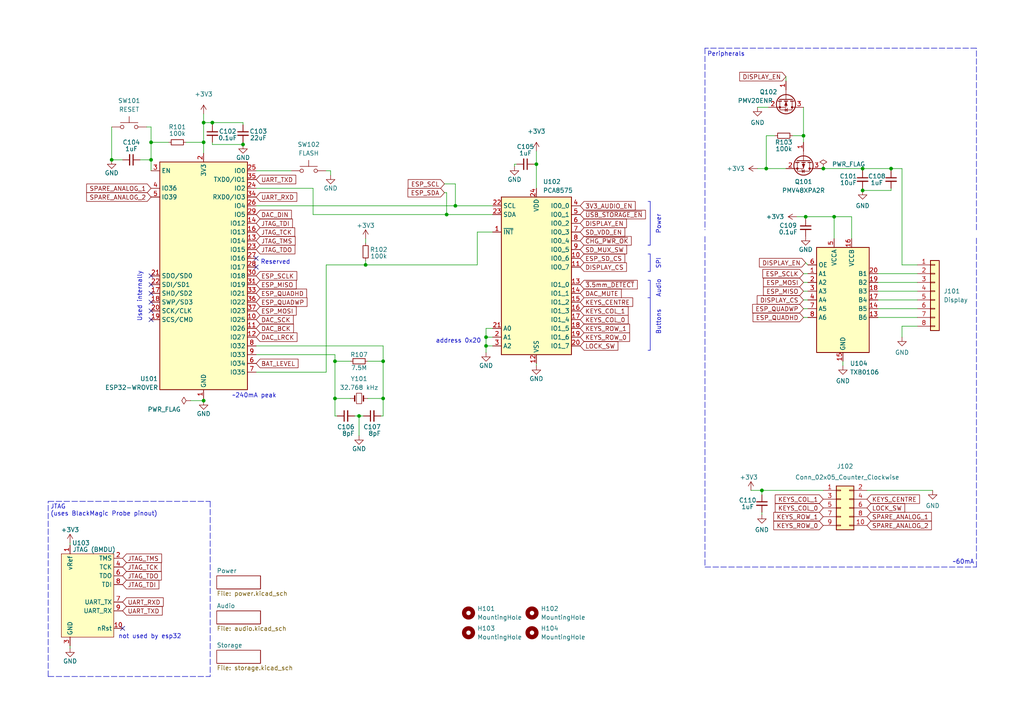
<source format=kicad_sch>
(kicad_sch (version 20211123) (generator eeschema)
  (paper "A4")
  (title_block (date "2022-09-04") (rev "1"))
  (lib_symbols
    (symbol "Connector_Generic:Conn_01x08" (pin_names (offset 1.016) hide)
      (property "Reference" "J" (at 0 10.16 0))
      (property "Value" "Conn_01x08" (at 0 -12.7 0))
      (symbol "Conn_01x08_1_1"
        (rectangle (start -1.27 -10.033) (end 0 -10.287) (stroke (width 0.1524)))
        (rectangle (start -1.27 -7.493) (end 0 -7.747) (stroke (width 0.1524)))
        (rectangle (start -1.27 -4.953) (end 0 -5.207) (stroke (width 0.1524)))
        (rectangle (start -1.27 -2.413) (end 0 -2.667) (stroke (width 0.1524)))
        (rectangle (start -1.27 0.127) (end 0 -0.127) (stroke (width 0.1524)))
        (rectangle (start -1.27 2.667) (end 0 2.413) (stroke (width 0.1524)))
        (rectangle (start -1.27 5.207) (end 0 4.953) (stroke (width 0.1524)))
        (rectangle (start -1.27 7.747) (end 0 7.493) (stroke (width 0.1524)))
        (rectangle (start -1.27 8.89) (end 1.27 -11.43) (stroke (width 0.254)) (fill (type background)))
        (pin passive line (at -5.08 7.62 0) (length 3.81) (name "Pin_1") (number "1"))
        (pin passive line (at -5.08 5.08 0) (length 3.81) (name "Pin_2") (number "2"))
        (pin passive line (at -5.08 2.54 0) (length 3.81) (name "Pin_3") (number "3"))
        (pin passive line (at -5.08 0 0) (length 3.81) (name "Pin_4") (number "4"))
        (pin passive line (at -5.08 -2.54 0) (length 3.81) (name "Pin_5") (number "5"))
        (pin passive line (at -5.08 -5.08 0) (length 3.81) (name "Pin_6") (number "6"))
        (pin passive line (at -5.08 -7.62 0) (length 3.81) (name "Pin_7") (number "7"))
        (pin passive line (at -5.08 -10.16 0) (length 3.81) (name "Pin_8") (number "8"))
      )
    )
    (symbol "Connector_Generic:Conn_02x05_Odd_Even" (pin_names (offset 1.016) hide)
      (property "Reference" "J" (at 1.27 7.62 0))
      (property "Value" "Conn_02x05_Odd_Even" (at 1.27 -7.62 0))
      (symbol "Conn_02x05_Odd_Even_1_1"
        (rectangle (start -1.27 -4.953) (end 0 -5.207) (stroke (width 0.1524)))
        (rectangle (start -1.27 -2.413) (end 0 -2.667) (stroke (width 0.1524)))
        (rectangle (start -1.27 0.127) (end 0 -0.127) (stroke (width 0.1524)))
        (rectangle (start -1.27 2.667) (end 0 2.413) (stroke (width 0.1524)))
        (rectangle (start -1.27 5.207) (end 0 4.953) (stroke (width 0.1524)))
        (rectangle (start -1.27 6.35) (end 3.81 -6.35) (stroke (width 0.254)) (fill (type background)))
        (rectangle (start 3.81 -4.953) (end 2.54 -5.207) (stroke (width 0.1524)))
        (rectangle (start 3.81 -2.413) (end 2.54 -2.667) (stroke (width 0.1524)))
        (rectangle (start 3.81 0.127) (end 2.54 -0.127) (stroke (width 0.1524)))
        (rectangle (start 3.81 2.667) (end 2.54 2.413) (stroke (width 0.1524)))
        (rectangle (start 3.81 5.207) (end 2.54 4.953) (stroke (width 0.1524)))
        (pin passive line (at -5.08 5.08 0) (length 3.81) (name "Pin_1") (number "1"))
        (pin passive line (at 7.62 -5.08 180) (length 3.81) (name "Pin_10") (number "10"))
        (pin passive line (at 7.62 5.08 180) (length 3.81) (name "Pin_2") (number "2"))
        (pin passive line (at -5.08 2.54 0) (length 3.81) (name "Pin_3") (number "3"))
        (pin passive line (at 7.62 2.54 180) (length 3.81) (name "Pin_4") (number "4"))
        (pin passive line (at -5.08 0 0) (length 3.81) (name "Pin_5") (number "5"))
        (pin passive line (at 7.62 0 180) (length 3.81) (name "Pin_6") (number "6"))
        (pin passive line (at -5.08 -2.54 0) (length 3.81) (name "Pin_7") (number "7"))
        (pin passive line (at 7.62 -2.54 180) (length 3.81) (name "Pin_8") (number "8"))
        (pin passive line (at -5.08 -5.08 0) (length 3.81) (name "Pin_9") (number "9"))
      )
    )
    (symbol "Device:C_Small" (pin_numbers hide) (pin_names (offset 0.254) hide)
      (property "Reference" "C" (at 0.254 1.778 0))
      (property "Value" "C_Small" (at 0.254 -2.032 0))
      (symbol "C_Small_0_1"
        (polyline (pts (xy -1.524 -0.508) (xy 1.524 -0.508)) (stroke (width 0.3302)))
        (polyline (pts (xy -1.524 0.508) (xy 1.524 0.508)) (stroke (width 0.3048)))
      )
      (symbol "C_Small_1_1"
        (pin passive line (at 0 2.54 270) (length 2.032) (name "~") (number "1"))
        (pin passive line (at 0 -2.54 90) (length 2.032) (name "~") (number "2"))
      )
    )
    (symbol "Device:Crystal_Small" (pin_numbers hide) (pin_names (offset 1.016) hide)
      (property "Reference" "Y" (at 0 2.54 0))
      (property "Value" "Crystal_Small" (at 0 -2.54 0))
      (symbol "Crystal_Small_0_1"
        (rectangle (start -0.762 -1.524) (end 0.762 1.524))
        (polyline (pts (xy -1.27 -0.762) (xy -1.27 0.762)) (stroke (width 0.381)))
        (polyline (pts (xy 1.27 -0.762) (xy 1.27 0.762)) (stroke (width 0.381)))
      )
      (symbol "Crystal_Small_1_1"
        (pin passive line (at -2.54 0 0) (length 1.27) (name "1") (number "1"))
        (pin passive line (at 2.54 0 180) (length 1.27) (name "2") (number "2"))
      )
    )
    (symbol "Device:Q_NMOS_GSD" (pin_names (offset 0) hide)
      (property "Reference" "Q" (at 5.08 1.27 0))
      (property "Value" "Q_NMOS_GSD" (at 5.08 -1.27 0))
      (symbol "Q_NMOS_GSD_0_1"
        (polyline (pts (xy 0.254 0) (xy -2.54 0)))
        (polyline (pts (xy 0.254 1.905) (xy 0.254 -1.905)) (stroke (width 0.254)))
        (polyline (pts (xy 0.762 -1.27) (xy 0.762 -2.286)) (stroke (width 0.254)))
        (polyline (pts (xy 0.762 0.508) (xy 0.762 -0.508)) (stroke (width 0.254)))
        (polyline (pts (xy 0.762 2.286) (xy 0.762 1.27)) (stroke (width 0.254)))
        (polyline (pts (xy 2.54 2.54) (xy 2.54 1.778)))
        (polyline (pts (xy 2.54 -2.54) (xy 2.54 0) (xy 0.762 0)))
        (polyline (pts (xy 0.762 -1.778) (xy 3.302 -1.778) (xy 3.302 1.778) (xy 0.762 1.778)))
        (polyline (pts (xy 1.016 0) (xy 2.032 0.381) (xy 2.032 -0.381) (xy 1.016 0)) (fill (type outline)))
        (polyline (pts (xy 2.794 0.508) (xy 2.921 0.381) (xy 3.683 0.381) (xy 3.81 0.254)))
        (polyline (pts (xy 3.302 0.381) (xy 2.921 -0.254) (xy 3.683 -0.254) (xy 3.302 0.381)))
        (circle (center 1.651 0) (radius 2.794) (stroke (width 0.254)))
        (circle (center 2.54 -1.778) (radius 0.254) (fill (type outline)))
        (circle (center 2.54 1.778) (radius 0.254) (fill (type outline)))
      )
      (symbol "Q_NMOS_GSD_1_1"
        (pin input line (at -5.08 0 0) (length 2.54) (name "G") (number "1"))
        (pin passive line (at 2.54 -5.08 90) (length 2.54) (name "S") (number "2"))
        (pin passive line (at 2.54 5.08 270) (length 2.54) (name "D") (number "3"))
      )
    )
    (symbol "Device:Q_PMOS_GSD" (pin_names (offset 0) hide)
      (property "Reference" "Q" (at 5.08 1.27 0))
      (property "Value" "Q_PMOS_GSD" (at 5.08 -1.27 0))
      (symbol "Q_PMOS_GSD_0_1"
        (polyline (pts (xy 0.254 0) (xy -2.54 0)))
        (polyline (pts (xy 0.254 1.905) (xy 0.254 -1.905)) (stroke (width 0.254)))
        (polyline (pts (xy 0.762 -1.27) (xy 0.762 -2.286)) (stroke (width 0.254)))
        (polyline (pts (xy 0.762 0.508) (xy 0.762 -0.508)) (stroke (width 0.254)))
        (polyline (pts (xy 0.762 2.286) (xy 0.762 1.27)) (stroke (width 0.254)))
        (polyline (pts (xy 2.54 2.54) (xy 2.54 1.778)))
        (polyline (pts (xy 2.54 -2.54) (xy 2.54 0) (xy 0.762 0)))
        (polyline (pts (xy 0.762 1.778) (xy 3.302 1.778) (xy 3.302 -1.778) (xy 0.762 -1.778)))
        (polyline (pts (xy 2.286 0) (xy 1.27 0.381) (xy 1.27 -0.381) (xy 2.286 0)) (fill (type outline)))
        (polyline (pts (xy 2.794 -0.508) (xy 2.921 -0.381) (xy 3.683 -0.381) (xy 3.81 -0.254)))
        (polyline (pts (xy 3.302 -0.381) (xy 2.921 0.254) (xy 3.683 0.254) (xy 3.302 -0.381)))
        (circle (center 1.651 0) (radius 2.794) (stroke (width 0.254)))
        (circle (center 2.54 -1.778) (radius 0.254) (fill (type outline)))
        (circle (center 2.54 1.778) (radius 0.254) (fill (type outline)))
      )
      (symbol "Q_PMOS_GSD_1_1"
        (pin input line (at -5.08 0 0) (length 2.54) (name "G") (number "1"))
        (pin passive line (at 2.54 -5.08 90) (length 2.54) (name "S") (number "2"))
        (pin passive line (at 2.54 5.08 270) (length 2.54) (name "D") (number "3"))
      )
    )
    (symbol "Device:R_Small" (pin_numbers hide) (pin_names (offset 0.254) hide)
      (property "Reference" "R" (at 0.762 0.508 0))
      (property "Value" "R_Small" (at 0.762 -1.016 0))
      (symbol "R_Small_0_1"
        (rectangle (start -0.762 1.778) (end 0.762 -1.778) (stroke (width 0.2032)))
      )
      (symbol "R_Small_1_1"
        (pin passive line (at 0 2.54 270) (length 0.762) (name "~") (number "1"))
        (pin passive line (at 0 -2.54 90) (length 0.762) (name "~") (number "2"))
      )
    )
    (symbol "Interface_Expansion:PCA9555D"
      (property "Reference" "U" (at -8.89 24.13 0))
      (property "Value" "PCA9555D" (at 6.35 24.13 0))
      (symbol "PCA9555D_0_1"
        (rectangle (start -10.16 22.86) (end 10.16 -22.86) (stroke (width 0.254)) (fill (type background)))
      )
      (symbol "PCA9555D_1_1"
        (pin open_collector line (at -12.7 12.7 0) (length 2.54) (name "~{INT}") (number "1"))
        (pin bidirectional line (at 12.7 5.08 180) (length 2.54) (name "IO0_6") (number "10"))
        (pin bidirectional line (at 12.7 2.54 180) (length 2.54) (name "IO0_7") (number "11"))
        (pin power_in line (at 0 -25.4 90) (length 2.54) (name "VSS") (number "12"))
        (pin bidirectional line (at 12.7 -2.54 180) (length 2.54) (name "IO1_0") (number "13"))
        (pin bidirectional line (at 12.7 -5.08 180) (length 2.54) (name "IO1_1") (number "14"))
        (pin bidirectional line (at 12.7 -7.62 180) (length 2.54) (name "IO1_2") (number "15"))
        (pin bidirectional line (at 12.7 -10.16 180) (length 2.54) (name "IO1_3") (number "16"))
        (pin bidirectional line (at 12.7 -12.7 180) (length 2.54) (name "IO1_4") (number "17"))
        (pin bidirectional line (at 12.7 -15.24 180) (length 2.54) (name "IO1_5") (number "18"))
        (pin bidirectional line (at 12.7 -17.78 180) (length 2.54) (name "IO1_6") (number "19"))
        (pin input line (at -12.7 -17.78 0) (length 2.54) (name "A1") (number "2"))
        (pin bidirectional line (at 12.7 -20.32 180) (length 2.54) (name "IO1_7") (number "20"))
        (pin input line (at -12.7 -15.24 0) (length 2.54) (name "A0") (number "21"))
        (pin input line (at -12.7 20.32 0) (length 2.54) (name "SCL") (number "22"))
        (pin bidirectional line (at -12.7 17.78 0) (length 2.54) (name "SDA") (number "23"))
        (pin power_in line (at 0 25.4 270) (length 2.54) (name "VDD") (number "24"))
        (pin input line (at -12.7 -20.32 0) (length 2.54) (name "A2") (number "3"))
        (pin bidirectional line (at 12.7 20.32 180) (length 2.54) (name "IO0_0") (number "4"))
        (pin bidirectional line (at 12.7 17.78 180) (length 2.54) (name "IO0_1") (number "5"))
        (pin bidirectional line (at 12.7 15.24 180) (length 2.54) (name "IO0_2") (number "6"))
        (pin bidirectional line (at 12.7 12.7 180) (length 2.54) (name "IO0_3") (number "7"))
        (pin bidirectional line (at 12.7 10.16 180) (length 2.54) (name "IO0_4") (number "8"))
        (pin bidirectional line (at 12.7 7.62 180) (length 2.54) (name "IO0_5") (number "9"))
      )
    )
    (symbol "Mechanical:MountingHole" (pin_names (offset 1.016))
      (property "Reference" "H" (at 0 5.08 0))
      (property "Value" "MountingHole" (at 0 3.175 0))
      (symbol "MountingHole_0_1"
        (circle (center 0 0) (radius 1.27) (stroke (width 1.27)))
      )
    )
    (symbol "RF_Module:ESP32-WROOM-32U"
      (property "Reference" "U101" (at -18.415 -29.845 0))
      (property "Value" "ESP32-WROOM-32UE" (at -34.29 -32.385 0))
      (symbol "ESP32-WROOM-32U_0_1"
        (rectangle (start -12.7 33.02) (end 12.7 -33.02) (stroke (width 0.254)) (fill (type background)))
      )
      (symbol "ESP32-WROOM-32U_1_1"
        (pin power_in line (at 0 -35.56 90) (length 2.54) (name "GND") (number "1"))
        (pin bidirectional line (at 15.24 -12.7 180) (length 2.54) (name "IO25") (number "10"))
        (pin bidirectional line (at 15.24 -15.24 180) (length 2.54) (name "IO26") (number "11"))
        (pin bidirectional line (at 15.24 -17.78 180) (length 2.54) (name "IO27") (number "12"))
        (pin bidirectional line (at 15.24 10.16 180) (length 2.54) (name "IO14") (number "13"))
        (pin bidirectional line (at 15.24 15.24 180) (length 2.54) (name "IO12") (number "14"))
        (pin passive line (at 0 -35.56 90) (length 2.54) hide (name "GND") (number "15"))
        (pin bidirectional line (at 15.24 12.7 180) (length 2.54) (name "IO13") (number "16"))
        (pin bidirectional line (at -15.24 -5.08 0) (length 2.54) (name "SHD/SD2") (number "17"))
        (pin bidirectional line (at -15.24 -7.62 0) (length 2.54) (name "SWP/SD3") (number "18"))
        (pin bidirectional line (at -15.24 -12.7 0) (length 2.54) (name "SCS/CMD") (number "19"))
        (pin power_in line (at 0 35.56 270) (length 2.54) (name "3V3") (number "2"))
        (pin bidirectional line (at -15.24 -10.16 0) (length 2.54) (name "SCK/CLK") (number "20"))
        (pin bidirectional line (at -15.24 0 0) (length 2.54) (name "SDO/SD0") (number "21"))
        (pin bidirectional line (at -15.24 -2.54 0) (length 2.54) (name "SDI/SD1") (number "22"))
        (pin bidirectional line (at 15.24 7.62 180) (length 2.54) (name "IO15") (number "23"))
        (pin bidirectional line (at 15.24 25.4 180) (length 2.54) (name "IO2") (number "24"))
        (pin bidirectional line (at 15.24 30.48 180) (length 2.54) (name "IO0") (number "25"))
        (pin bidirectional line (at 15.24 20.32 180) (length 2.54) (name "IO4") (number "26"))
        (pin bidirectional line (at 15.24 5.08 180) (length 2.54) (name "IO16") (number "27"))
        (pin bidirectional line (at 15.24 2.54 180) (length 2.54) (name "IO17") (number "28"))
        (pin bidirectional line (at 15.24 17.78 180) (length 2.54) (name "IO5") (number "29"))
        (pin input line (at -15.24 30.48 0) (length 2.54) (name "EN") (number "3"))
        (pin bidirectional line (at 15.24 0 180) (length 2.54) (name "IO18") (number "30"))
        (pin bidirectional line (at 15.24 -2.54 180) (length 2.54) (name "IO19") (number "31"))
        (pin no_connect line (at -12.7 -27.94 0) (length 2.54) hide (name "NC") (number "32"))
        (pin bidirectional line (at 15.24 -5.08 180) (length 2.54) (name "IO21") (number "33"))
        (pin bidirectional line (at 15.24 22.86 180) (length 2.54) (name "RXD0/IO3") (number "34"))
        (pin bidirectional line (at 15.24 27.94 180) (length 2.54) (name "TXD0/IO1") (number "35"))
        (pin bidirectional line (at 15.24 -7.62 180) (length 2.54) (name "IO22") (number "36"))
        (pin bidirectional line (at 15.24 -10.16 180) (length 2.54) (name "IO23") (number "37"))
        (pin passive line (at 0 -35.56 90) (length 2.54) hide (name "GND") (number "38"))
        (pin passive line (at 0 -35.56 90) (length 2.54) hide (name "GND") (number "39"))
        (pin input line (at -15.24 25.4 0) (length 2.54) (name "IO36") (number "4"))
        (pin input line (at -15.24 22.86 0) (length 2.54) (name "IO39") (number "5"))
        (pin input line (at 15.24 -25.4 180) (length 2.54) (name "IO34") (number "6"))
        (pin input line (at 15.24 -27.94 180) (length 2.54) (name "IO35") (number "7"))
        (pin bidirectional line (at 15.24 -20.32 180) (length 2.54) (name "IO32") (number "8"))
        (pin bidirectional line (at 15.24 -22.86 180) (length 2.54) (name "IO33") (number "9"))
      )
    )
    (symbol "Switch:SW_Push" (pin_numbers hide) (pin_names (offset 1.016) hide)
      (property "Reference" "SW" (at 1.27 2.54 0))
      (property "Value" "SW_Push" (at 0 -1.524 0))
      (symbol "SW_Push_0_1"
        (circle (center -2.032 0) (radius 0.508))
        (polyline (pts (xy 0 1.27) (xy 0 3.048)))
        (polyline (pts (xy 2.54 1.27) (xy -2.54 1.27)))
        (circle (center 2.032 0) (radius 0.508))
        (pin passive line (at -5.08 0 0) (length 2.54) (name "1") (number "1"))
        (pin passive line (at 5.08 0 180) (length 2.54) (name "2") (number "2"))
      )
    )
    (symbol "power:+3V3" (power) (pin_names (offset 0))
      (property "Value" "+3V3" (at 0 3.556 0))
      (symbol "+3V3_0_1"
        (polyline (pts (xy -0.762 1.27) (xy 0 2.54)))
        (polyline (pts (xy 0 0) (xy 0 2.54)))
        (polyline (pts (xy 0 2.54) (xy 0.762 1.27)))
      )
      (symbol "+3V3_1_1"
        (pin power_in line (at 0 0 90) (length 0) hide (name "+3V3") (number "1"))
      )
    )
    (symbol "power:GND" (power) (pin_names (offset 0))
      (property "Value" "GND" (at 0 -3.81 0))
      (symbol "GND_0_1"
        (polyline (pts (xy 0 0) (xy 0 -1.27) (xy 1.27 -1.27) (xy 0 -2.54) (xy -1.27 -1.27) (xy 0 -1.27)))
      )
      (symbol "GND_1_1"
        (pin power_in line (at 0 0 270) (length 0) hide (name "GND") (number "1"))
      )
    )
    (symbol "power:PWR_FLAG" (power) (pin_numbers hide) (pin_names (offset 0) hide)
      (property "Value" "PWR_FLAG" (at 0 3.81 0))
      (symbol "PWR_FLAG_0_0"
        (pin power_out line (at 0 0 90) (length 0) (name "pwr") (number "1"))
      )
      (symbol "PWR_FLAG_0_1"
        (polyline (pts (xy 0 0) (xy 0 1.27) (xy -1.016 1.905) (xy 0 2.54) (xy 1.016 1.905) (xy 0 1.27)))
      )
    )
    (symbol "symbols:BMDU"
      (property "Reference" "U" (at -5.08 6.35 0))
      (property "Value" "BMDU" (at -5.08 6.35 0))
      (symbol "BMDU_0_0"
        (pin unspecified line (at -5.08 20.32 270) (length 2.54) (name "vRef") (number "1"))
        (pin unspecified line (at 10.16 -3.81 180) (length 2.54) (name "nRst") (number "10"))
        (pin unspecified line (at 10.16 16.51 180) (length 2.54) (name "TMS") (number "2"))
        (pin unspecified line (at -5.08 -8.89 90) (length 2.54) (name "GND") (number "3"))
        (pin unspecified line (at 10.16 13.97 180) (length 2.54) (name "TCK") (number "4"))
        (pin unspecified line (at -5.08 -8.89 90) (length 2.54) hide (name "GND") (number "5"))
        (pin unspecified line (at 10.16 11.43 180) (length 2.54) (name "TDO") (number "6"))
        (pin unspecified line (at 10.16 3.81 180) (length 2.54) (name "UART_TX") (number "7"))
        (pin unspecified line (at 10.16 8.89 180) (length 2.54) (name "TDI") (number "8"))
        (pin unspecified line (at 10.16 1.27 180) (length 2.54) (name "UART_RX") (number "9"))
      )
      (symbol "BMDU_0_1"
        (rectangle (start -7.62 17.78) (end 7.62 -6.35) (fill (type background)))
      )
    )
    (symbol "symbols:TXB0106"
      (property "Reference" "U" (at 0 -6.35 0))
      (property "Value" "TXB0106" (at 0 -8.89 0))
      (symbol "TXB0106_0_1"
        (rectangle (start -7.62 13.97) (end 7.62 -16.51) (stroke (width 0.254)) (fill (type background)))
      )
      (symbol "TXB0106_1_1"
        (pin bidirectional line (at -10.16 6.35 0) (length 2.54) (name "A1") (number "1"))
        (pin bidirectional line (at 10.16 -6.35 180) (length 2.54) (name "B6") (number "13"))
        (pin bidirectional line (at 10.16 -3.81 180) (length 2.54) (name "B5") (number "14"))
        (pin power_in line (at 0 -19.05 90) (length 2.54) (name "GND") (number "15"))
        (pin power_in line (at 2.54 16.51 270) (length 2.54) (name "VCCB") (number "16"))
        (pin bidirectional line (at 10.16 -1.27 180) (length 2.54) (name "B4") (number "17"))
        (pin bidirectional line (at 10.16 1.27 180) (length 2.54) (name "B3") (number "18"))
        (pin bidirectional line (at 10.16 3.81 180) (length 2.54) (name "B2") (number "19"))
        (pin bidirectional line (at -10.16 3.81 0) (length 2.54) (name "A2") (number "2"))
        (pin bidirectional line (at 10.16 6.35 180) (length 2.54) (name "B1") (number "20"))
        (pin bidirectional line (at -10.16 1.27 0) (length 2.54) (name "A3") (number "3"))
        (pin bidirectional line (at -10.16 -1.27 0) (length 2.54) (name "A4") (number "4"))
        (pin power_in line (at -2.54 16.51 270) (length 2.54) (name "VCCA") (number "5"))
        (pin input line (at -10.16 8.89 0) (length 2.54) (name "OE") (number "6"))
        (pin bidirectional line (at -10.16 -3.81 0) (length 2.54) (name "A5") (number "7"))
        (pin bidirectional line (at -10.16 -6.35 0) (length 2.54) (name "A6") (number "8"))
      )
    )
  )
  (junction (at 59.055 41.275))
  (junction (at 97.155 104.775))
  (junction (at 222.25 48.895))
  (junction (at 106.045 76.835))
  (junction (at 132.08 59.69))
  (junction (at 238.8049 48.895))
  (junction (at 140.97 100.33))
  (junction (at 104.14 120.65))
  (junction (at 70.485 41.91))
  (junction (at 241.935 62.865))
  (junction (at 220.98 142.24))
  (junction (at 32.385 46.355))
  (junction (at 129.54 62.23))
  (junction (at 43.815 46.355))
  (junction (at 140.97 97.79))
  (junction (at 61.595 35.56))
  (junction (at 111.125 104.775))
  (junction (at 233.045 39.37))
  (junction (at 59.055 35.56))
  (junction (at 258.445 48.895))
  (junction (at 111.125 115.57))
  (junction (at 233.68 62.865))
  (junction (at 97.155 115.57))
  (junction (at 250.19 55.245))
  (junction (at 43.815 41.275))
  (junction (at 155.575 47.625))
  (junction (at 59.055 116.205))
  (junction (at 250.19 48.895))
  (no_connect (at 43.815 80.01))
  (no_connect (at 43.815 82.55))
  (no_connect (at 43.815 85.09))
  (no_connect (at 43.815 87.63))
  (no_connect (at 43.815 90.17))
  (no_connect (at 43.815 92.71))
  (no_connect (at 74.295 74.93))
  (no_connect (at 74.295 77.47))
  (no_connect (at 35.56 182.245))
  (wire (pts (xy 142.875 97.79) (xy 140.97 97.79)))
  (wire (pts (xy 244.475 106.045) (xy 244.475 104.775)))
  (wire (pts (xy 97.155 115.57) (xy 101.6 115.57)))
  (wire (pts (xy 149.86 47.625) (xy 149.225 47.625)))
  (wire (pts (xy 111.125 104.775) (xy 111.125 115.57)))
  (wire (pts (xy 233.045 89.535) (xy 234.315 89.535)))
  (wire (pts (xy 138.43 76.835) (xy 106.045 76.835)))
  (wire (pts (xy 251.46 142.24) (xy 270.51 142.24)))
  (wire (pts (xy 220.98 142.24) (xy 238.76 142.24)))
  (wire (pts (xy 140.97 95.25) (xy 140.97 97.79)))
  (wire (pts (xy 233.68 62.865) (xy 241.935 62.865)))
  (wire (pts (xy 254.635 79.375) (xy 266.065 79.375)))
  (wire (pts (xy 42.545 36.83) (xy 43.815 36.83)))
  (polyline (pts (xy 187.96 71.12) (xy 188.595 71.12)) (stroke (width 0) (type solid)))
  (wire (pts (xy 97.155 115.57) (xy 97.155 120.65)))
  (wire (pts (xy 95.885 49.53) (xy 95.885 50.8)))
  (polyline (pts (xy 204.47 68.58) (xy 204.47 164.465)))
  (polyline (pts (xy 187.96 81.28) (xy 188.595 81.28)) (stroke (width 0) (type solid)))
  (wire (pts (xy 261.62 94.615) (xy 261.62 97.79)))
  (wire (pts (xy 227.965 22.225) (xy 227.965 23.495)))
  (polyline (pts (xy 283.21 66.675) (xy 283.21 13.97)))
  (wire (pts (xy 74.295 100.33) (xy 111.125 100.33)))
  (wire (pts (xy 258.445 54.61) (xy 258.445 55.245)))
  (wire (pts (xy 61.595 41.275) (xy 61.595 41.91)))
  (wire (pts (xy 32.385 36.83) (xy 32.385 46.355)))
  (polyline (pts (xy 188.595 73.66) (xy 188.595 78.74)) (stroke (width 0) (type solid)))
  (wire (pts (xy 74.295 102.87) (xy 97.155 102.87)))
  (wire (pts (xy 59.055 35.56) (xy 59.055 41.275)))
  (wire (pts (xy 90.805 54.61) (xy 90.805 62.23)))
  (wire (pts (xy 53.975 41.275) (xy 59.055 41.275)))
  (wire (pts (xy 231.14 62.865) (xy 233.68 62.865)))
  (wire (pts (xy 128.905 53.34) (xy 132.08 53.34)))
  (wire (pts (xy 74.295 54.61) (xy 90.805 54.61)))
  (polyline (pts (xy 188.595 58.42) (xy 188.595 71.12)) (stroke (width 0) (type solid)))
  (wire (pts (xy 43.815 36.83) (xy 43.815 41.275)))
  (wire (pts (xy 254.635 89.535) (xy 266.065 89.535)))
  (wire (pts (xy 233.68 76.2) (xy 234.315 76.835)))
  (wire (pts (xy 261.62 48.895) (xy 261.62 76.835)))
  (wire (pts (xy 233.045 81.915) (xy 234.315 81.915)))
  (wire (pts (xy 104.14 120.65) (xy 104.14 126.365)))
  (wire (pts (xy 40.64 46.355) (xy 43.815 46.355)))
  (wire (pts (xy 59.055 116.205) (xy 59.055 115.57)))
  (polyline (pts (xy 204.47 164.465) (xy 283.21 164.465)))
  (wire (pts (xy 43.815 41.275) (xy 43.815 46.355)))
  (wire (pts (xy 61.595 35.56) (xy 70.485 35.56)))
  (wire (pts (xy 233.045 31.115) (xy 233.045 39.37)))
  (wire (pts (xy 20.32 157.48) (xy 20.32 158.115)))
  (wire (pts (xy 233.045 39.37) (xy 233.045 41.275)))
  (wire (pts (xy 155.575 106.045) (xy 155.575 105.41)))
  (polyline (pts (xy 283.21 164.465) (xy 283.21 68.58)))
  (polyline (pts (xy 13.97 196.215) (xy 13.97 145.415)))
  (wire (pts (xy 241.935 62.865) (xy 247.015 62.865)))
  (wire (pts (xy 74.295 49.53) (xy 84.455 49.53)))
  (wire (pts (xy 229.87 39.37) (xy 233.045 39.37)))
  (wire (pts (xy 111.125 100.33) (xy 111.125 104.775)))
  (wire (pts (xy 155.575 43.815) (xy 155.575 47.625)))
  (wire (pts (xy 70.485 36.195) (xy 70.485 35.56)))
  (wire (pts (xy 233.045 84.455) (xy 234.315 84.455)))
  (wire (pts (xy 102.87 120.65) (xy 104.14 120.65)))
  (wire (pts (xy 59.055 41.275) (xy 59.055 44.45)))
  (wire (pts (xy 138.43 67.31) (xy 142.875 67.31)))
  (wire (pts (xy 97.155 104.775) (xy 101.6 104.775)))
  (wire (pts (xy 97.155 104.775) (xy 97.155 115.57)))
  (wire (pts (xy 94.615 49.53) (xy 95.885 49.53)))
  (wire (pts (xy 132.08 59.69) (xy 142.875 59.69)))
  (wire (pts (xy 111.125 115.57) (xy 111.125 120.65)))
  (polyline (pts (xy 283.21 13.97) (xy 204.47 13.97)))
  (wire (pts (xy 138.43 67.31) (xy 138.43 76.835)))
  (wire (pts (xy 266.065 94.615) (xy 261.62 94.615)))
  (wire (pts (xy 258.445 48.895) (xy 261.62 48.895)))
  (wire (pts (xy 32.385 46.355) (xy 35.56 46.355)))
  (wire (pts (xy 247.015 62.865) (xy 247.015 69.215)))
  (wire (pts (xy 74.295 59.69) (xy 132.08 59.69)))
  (polyline (pts (xy 187.96 86.36) (xy 188.595 86.36)) (stroke (width 0) (type solid)))
  (polyline (pts (xy 188.595 86.36) (xy 188.595 101.6)) (stroke (width 0) (type solid)))
  (wire (pts (xy 59.055 33.02) (xy 59.055 35.56)))
  (wire (pts (xy 97.155 102.87) (xy 97.155 104.775)))
  (wire (pts (xy 233.045 92.075) (xy 234.315 92.075)))
  (wire (pts (xy 59.055 35.56) (xy 61.595 35.56)))
  (wire (pts (xy 61.595 41.91) (xy 70.485 41.91)))
  (wire (pts (xy 222.25 48.895) (xy 227.965 48.895)))
  (wire (pts (xy 219.71 48.895) (xy 222.25 48.895)))
  (polyline (pts (xy 187.96 86.36) (xy 188.595 86.36)) (stroke (width 0) (type solid)))
  (wire (pts (xy 140.97 97.79) (xy 140.97 100.33)))
  (wire (pts (xy 254.635 92.075) (xy 266.065 92.075)))
  (wire (pts (xy 129.54 55.88) (xy 129.54 62.23)))
  (polyline (pts (xy 187.96 101.6) (xy 188.595 101.6)) (stroke (width 0) (type solid)))
  (wire (pts (xy 217.805 142.24) (xy 220.98 142.24)))
  (wire (pts (xy 224.79 39.37) (xy 222.25 39.37)))
  (wire (pts (xy 74.295 107.95) (xy 94.615 107.95)))
  (polyline (pts (xy 187.96 73.66) (xy 188.595 73.66)))
  (wire (pts (xy 55.245 116.205) (xy 59.055 116.205)))
  (wire (pts (xy 254.635 84.455) (xy 266.065 84.455)))
  (polyline (pts (xy 187.96 71.12) (xy 188.595 71.12)) (stroke (width 0) (type solid)))
  (wire (pts (xy 254.635 81.915) (xy 266.065 81.915)))
  (wire (pts (xy 238.8049 48.895) (xy 250.19 48.895)))
  (wire (pts (xy 43.815 46.355) (xy 43.815 49.53)))
  (wire (pts (xy 106.045 70.485) (xy 106.045 69.215)))
  (wire (pts (xy 48.895 41.275) (xy 43.815 41.275)))
  (polyline (pts (xy 204.47 13.97) (xy 204.47 66.675)))
  (wire (pts (xy 254.635 86.995) (xy 266.065 86.995)))
  (wire (pts (xy 250.19 49.53) (xy 250.19 48.895)))
  (wire (pts (xy 149.225 47.625) (xy 149.225 48.26)))
  (wire (pts (xy 106.68 104.775) (xy 111.125 104.775)))
  (polyline (pts (xy 13.97 145.415) (xy 60.96 145.415)))
  (wire (pts (xy 258.445 48.895) (xy 258.445 49.53)))
  (wire (pts (xy 154.94 47.625) (xy 155.575 47.625)))
  (wire (pts (xy 142.875 100.33) (xy 140.97 100.33)))
  (wire (pts (xy 155.575 47.625) (xy 155.575 54.61)))
  (wire (pts (xy 220.98 149.225) (xy 220.98 148.59)))
  (wire (pts (xy 250.19 55.245) (xy 250.19 54.61)))
  (wire (pts (xy 110.49 120.65) (xy 111.125 120.65)))
  (wire (pts (xy 104.14 120.65) (xy 105.41 120.65)))
  (wire (pts (xy 132.08 53.34) (xy 132.08 59.69)))
  (wire (pts (xy 129.54 62.23) (xy 142.875 62.23)))
  (wire (pts (xy 250.19 48.895) (xy 258.445 48.895)))
  (polyline (pts (xy 187.96 78.74) (xy 188.595 78.74)))
  (wire (pts (xy 238.125 48.895) (xy 238.8049 48.895)))
  (wire (pts (xy 261.62 76.835) (xy 266.065 76.835)))
  (polyline (pts (xy 187.96 86.36) (xy 188.595 86.36)))
  (wire (pts (xy 222.25 39.37) (xy 222.25 48.895)))
  (wire (pts (xy 233.68 62.865) (xy 233.68 63.5)))
  (wire (pts (xy 61.595 35.56) (xy 61.595 36.195)))
  (wire (pts (xy 128.905 55.88) (xy 129.54 55.88)))
  (wire (pts (xy 70.485 41.91) (xy 70.485 41.275)))
  (wire (pts (xy 94.615 76.835) (xy 94.615 107.95)))
  (wire (pts (xy 241.935 62.865) (xy 241.935 69.215)))
  (wire (pts (xy 220.98 143.51) (xy 220.98 142.24)))
  (wire (pts (xy 233.045 79.375) (xy 234.315 79.375)))
  (wire (pts (xy 140.97 100.33) (xy 140.97 102.235)))
  (wire (pts (xy 97.79 120.65) (xy 97.155 120.65)))
  (polyline (pts (xy 13.97 196.215) (xy 60.96 196.215)))
  (wire (pts (xy 90.805 62.23) (xy 129.54 62.23)))
  (wire (pts (xy 233.045 86.995) (xy 234.315 86.995)))
  (wire (pts (xy 258.445 55.245) (xy 250.19 55.245)))
  (wire (pts (xy 219.71 31.115) (xy 222.885 31.115)))
  (wire (pts (xy 20.32 187.325) (xy 20.32 187.96)))
  (wire (pts (xy 106.045 75.565) (xy 106.045 76.835)))
  (polyline (pts (xy 188.595 81.28) (xy 188.595 86.36)) (stroke (width 0) (type solid)))
  (polyline (pts (xy 60.96 145.415) (xy 60.96 196.215)))
  (wire (pts (xy 106.045 76.835) (xy 94.615 76.835)))
  (wire (pts (xy 106.68 115.57) (xy 111.125 115.57)))
  (polyline (pts (xy 187.96 58.42) (xy 188.595 58.42)) (stroke (width 0) (type solid)))
  (wire (pts (xy 142.875 95.25) (xy 140.97 95.25)))
  (text "Audio" (at 191.77 86.36 90) (effects (font (size 1.27 1.27)) (justify left bottom)))
  (text "Buttons" (at 191.77 97.155 90) (effects (font (size 1.27 1.27)) (justify left bottom)))
  (text "~240mA peak" (at 67.31 115.57 0) (effects (font (size 1.27 1.27)) (justify left bottom)))
  (text "Power" (at 191.77 67.945 90) (effects (font (size 1.27 1.27)) (justify left bottom)))
  (text "not used by esp32" (at 34.29 185.42 0) (effects (font (size 1.27 1.27)) (justify left bottom)))
  (text "Used internally" (at 41.275 93.345 90) (effects (font (size 1.27 1.27)) (justify left bottom)))
  (text "address 0x20" (at 126.365 99.695 0) (effects (font (size 1.27 1.27)) (justify left bottom)))
  (text "JTAG\n(uses BlackMagic Probe pinout)" (at 14.605 149.86 0) (effects (font (size 1.27 1.27)) (justify left bottom)))
  (text "~60mA" (at 282.575 163.83 180) (effects (font (size 1.27 1.27)) (justify right bottom)))
  (text "SPI" (at 191.77 78.105 90) (effects (font (size 1.27 1.27)) (justify left bottom)))
  (text "Peripherals" (at 205.105 16.51 0) (effects (font (size 1.27 1.27)) (justify left bottom)))
  (text "Reserved" (at 75.565 76.835 0) (effects (font (size 1.27 1.27)) (justify left bottom)))
  (global_label "DISPLAY_CS" (shape input) (at 168.275 77.47 0) (property "Intersheet References" "${INTERSHEET_REFS}" (effects hide)))
  (global_label "UART_TXD" (shape input) (at 74.295 52.07 0) (property "Intersheet References" "${INTERSHEET_REFS}" (effects hide)))
  (global_label "KEYS_COL_0" (shape input) (at 238.76 147.32 180) (property "Intersheet References" "${INTERSHEET_REFS}" (effects hide)))
  (global_label "DISPLAY_EN" (shape input) (at 233.68 76.2 180) (property "Intersheet References" "${INTERSHEET_REFS}" (effects hide)))
  (global_label "ESP_MISO" (shape input) (at 233.045 84.455 180) (property "Intersheet References" "${INTERSHEET_REFS}" (effects hide)))
  (global_label "JTAG_TDI" (shape input) (at 35.56 169.545 0) (property "Intersheet References" "${INTERSHEET_REFS}" (effects hide)))
  (global_label "KEYS_COL_1" (shape input) (at 168.275 90.17 0) (property "Intersheet References" "${INTERSHEET_REFS}" (effects hide)))
  (global_label "JTAG_TCK" (shape input) (at 35.56 164.465 0) (property "Intersheet References" "${INTERSHEET_REFS}" (effects hide)))
  (global_label "JTAG_TDO" (shape input) (at 35.56 167.005 0) (property "Intersheet References" "${INTERSHEET_REFS}" (effects hide)))
  (global_label "DISPLAY_EN" (shape input) (at 227.965 22.225 180) (property "Intersheet References" "${INTERSHEET_REFS}" (effects hide)))
  (global_label "KEYS_CENTRE" (shape input) (at 251.46 144.78 0) (property "Intersheet References" "${INTERSHEET_REFS}" (effects hide)))
  (global_label "KEYS_ROW_1" (shape input) (at 238.76 149.86 180) (property "Intersheet References" "${INTERSHEET_REFS}" (effects hide)))
  (global_label "ESP_QUADWP" (shape input) (at 233.045 89.535 180) (property "Intersheet References" "${INTERSHEET_REFS}" (effects hide)))
  (global_label "DAC_LRCK" (shape input) (at 74.295 97.79 0) (property "Intersheet References" "${INTERSHEET_REFS}" (effects hide)))
  (global_label "BAT_LEVEL" (shape input) (at 74.295 105.41 0) (property "Intersheet References" "${INTERSHEET_REFS}" (effects hide)))
  (global_label "UART_RXD" (shape input) (at 74.295 57.15 0) (property "Intersheet References" "${INTERSHEET_REFS}" (effects hide)))
  (global_label "KEYS_COL_1" (shape input) (at 238.76 144.78 180) (property "Intersheet References" "${INTERSHEET_REFS}" (effects hide)))
  (global_label "~{CHG_PWR_OK}" (shape input) (at 168.275 69.85 0) (property "Intersheet References" "${INTERSHEET_REFS}" (effects hide)))
  (global_label "ESP_MOSI" (shape input) (at 74.295 90.17 0) (property "Intersheet References" "${INTERSHEET_REFS}" (effects hide)))
  (global_label "DAC_BCK" (shape input) (at 74.295 95.25 0) (property "Intersheet References" "${INTERSHEET_REFS}" (effects hide)))
  (global_label "DISPLAY_EN" (shape input) (at 168.275 64.77 0) (property "Intersheet References" "${INTERSHEET_REFS}" (effects hide)))
  (global_label "LOCK_SW" (shape input) (at 168.275 100.33 0) (property "Intersheet References" "${INTERSHEET_REFS}" (effects hide)))
  (global_label "SPARE_ANALOG_1" (shape input) (at 43.815 54.61 180) (property "Intersheet References" "${INTERSHEET_REFS}" (effects hide)))
  (global_label "KEYS_CENTRE" (shape input) (at 168.275 87.63 0) (property "Intersheet References" "${INTERSHEET_REFS}" (effects hide)))
  (global_label "KEYS_ROW_0" (shape input) (at 238.76 152.4 180) (property "Intersheet References" "${INTERSHEET_REFS}" (effects hide)))
  (global_label "SD_VDD_EN" (shape input) (at 168.275 67.31 0) (property "Intersheet References" "${INTERSHEET_REFS}" (effects hide)))
  (global_label "DISPLAY_CS" (shape input) (at 233.045 86.995 180) (property "Intersheet References" "${INTERSHEET_REFS}" (effects hide)))
  (global_label "ESP_QUADHD" (shape input) (at 74.295 85.09 0) (property "Intersheet References" "${INTERSHEET_REFS}" (effects hide)))
  (global_label "3V3_AUDIO_EN" (shape input) (at 168.275 59.69 0) (property "Intersheet References" "${INTERSHEET_REFS}" (effects hide)))
  (global_label "JTAG_TCK" (shape input) (at 74.295 67.31 0) (property "Intersheet References" "${INTERSHEET_REFS}" (effects hide)))
  (global_label "DAC_MUTE" (shape input) (at 168.275 85.09 0) (property "Intersheet References" "${INTERSHEET_REFS}" (effects hide)))
  (global_label "JTAG_TDO" (shape input) (at 74.295 72.39 0) (property "Intersheet References" "${INTERSHEET_REFS}" (effects hide)))
  (global_label "SPARE_ANALOG_1" (shape input) (at 251.46 149.86 0) (property "Intersheet References" "${INTERSHEET_REFS}" (effects hide)))
  (global_label "ESP_SCLK" (shape input) (at 233.045 79.375 180) (property "Intersheet References" "${INTERSHEET_REFS}" (effects hide)))
  (global_label "~{USB_STORAGE_EN}" (shape input) (at 168.275 62.23 0) (property "Intersheet References" "${INTERSHEET_REFS}" (effects hide)))
  (global_label "ESP_MOSI" (shape input) (at 233.045 81.915 180) (property "Intersheet References" "${INTERSHEET_REFS}" (effects hide)))
  (global_label "KEYS_ROW_1" (shape input) (at 168.275 95.25 0) (property "Intersheet References" "${INTERSHEET_REFS}" (effects hide)))
  (global_label "ESP_MISO" (shape input) (at 74.295 82.55 0) (property "Intersheet References" "${INTERSHEET_REFS}" (effects hide)))
  (global_label "~{3.5mm_DETECT}" (shape input) (at 168.275 82.55 0) (property "Intersheet References" "${INTERSHEET_REFS}" (effects hide)))
  (global_label "DAC_SCK" (shape input) (at 74.295 92.71 0) (property "Intersheet References" "${INTERSHEET_REFS}" (effects hide)))
  (global_label "ESP_QUADHD" (shape input) (at 233.045 92.075 180) (property "Intersheet References" "${INTERSHEET_REFS}" (effects hide)))
  (global_label "UART_TXD" (shape input) (at 35.56 177.165 0) (property "Intersheet References" "${INTERSHEET_REFS}" (effects hide)))
  (global_label "LOCK_SW" (shape input) (at 251.46 147.32 0) (property "Intersheet References" "${INTERSHEET_REFS}" (effects hide)))
  (global_label "SPARE_ANALOG_2" (shape input) (at 251.46 152.4 0) (property "Intersheet References" "${INTERSHEET_REFS}" (effects hide)))
  (global_label "JTAG_TDI" (shape input) (at 74.295 64.77 0) (property "Intersheet References" "${INTERSHEET_REFS}" (effects hide)))
  (global_label "ESP_SCLK" (shape input) (at 74.295 80.01 0) (property "Intersheet References" "${INTERSHEET_REFS}" (effects hide)))
  (global_label "SD_MUX_SW" (shape input) (at 168.275 72.39 0) (property "Intersheet References" "${INTERSHEET_REFS}" (effects hide)))
  (global_label "KEYS_ROW_0" (shape input) (at 168.275 97.79 0) (property "Intersheet References" "${INTERSHEET_REFS}" (effects hide)))
  (global_label "UART_RXD" (shape input) (at 35.56 174.625 0) (property "Intersheet References" "${INTERSHEET_REFS}" (effects hide)))
  (global_label "ESP_QUADWP" (shape input) (at 74.295 87.63 0) (property "Intersheet References" "${INTERSHEET_REFS}" (effects hide)))
  (global_label "KEYS_COL_0" (shape input) (at 168.275 92.71 0) (property "Intersheet References" "${INTERSHEET_REFS}" (effects hide)))
  (global_label "JTAG_TMS" (shape input) (at 74.295 69.85 0) (property "Intersheet References" "${INTERSHEET_REFS}" (effects hide)))
  (global_label "SPARE_ANALOG_2" (shape input) (at 43.815 57.15 180) (property "Intersheet References" "${INTERSHEET_REFS}" (effects hide)))
  (global_label "ESP_SDA" (shape input) (at 128.905 55.88 180) (property "Intersheet References" "${INTERSHEET_REFS}" (effects hide)))
  (global_label "ESP_SD_CS" (shape input) (at 168.275 74.93 0) (property "Intersheet References" "${INTERSHEET_REFS}" (effects hide)))
  (global_label "ESP_SCL" (shape input) (at 128.905 53.34 180) (property "Intersheet References" "${INTERSHEET_REFS}" (effects hide)))
  (global_label "DAC_DIN" (shape input) (at 74.295 62.23 0) (property "Intersheet References" "${INTERSHEET_REFS}" (effects hide)))
  (global_label "JTAG_TMS" (shape input) (at 35.56 161.925 0) (property "Intersheet References" "${INTERSHEET_REFS}" (effects hide)))
  (symbol (lib_id "Device:C_Small") (at 258.445 52.07 0) (unit 1)
    (property "Reference" "C108" (at 254.3175 51.1175 0))
    (property "Value" "1uF" (at 254.3175 53.0225 0))
    (property "Footprint" "Capacitor_SMD:C_0805_2012Metric" (effects hide))
    (property "PN" "EMK212BJ105KG-T" (effects hide))
  )
  (symbol (lib_id "Switch:SW_Push") (at 37.465 36.83 0) (unit 1)
    (property "Reference" "SW101" (at 37.465 29.21 0))
    (property "Value" "RESET" (at 37.465 31.75 0))
  )
  (symbol (lib_id "power:GND") (at 59.055 116.205 0) (unit 1)
    (property "Reference" "#PWR0115" (effects hide))
    (property "Value" "GND" (at 59.055 120.015 0))
  )
  (symbol (lib_id "power:+3V3") (at 20.32 157.48 0) (unit 1)
    (property "Reference" "#PWR0117" (effects hide))
    (property "Value" "+3V3" (at 20.32 153.67 0))
  )
  (symbol (lib_id "Device:C_Small") (at 152.4 47.625 270) (unit 1)
    (property "Reference" "C105" (at 152.4 42.545 90))
    (property "Value" "1uF" (at 152.4 44.45 90))
    (property "Footprint" "Capacitor_SMD:C_0805_2012Metric" (effects hide))
    (property "PN" "EMK212BJ105KG-T" (effects hide))
  )
  (symbol (lib_id "Mechanical:MountingHole") (at 135.89 183.515 0) (unit 1) (in_bom no)
    (property "Reference" "H103" (at 138.43 182.2449 0) (effects (justify left)))
    (property "Value" "MountingHole" (at 138.43 184.7849 0) (effects (justify left)))
    (property "Footprint" "MountingHole:MountingHole_2.2mm_M2" (effects hide))
  )
  (symbol (lib_id "Connector_Generic:Conn_02x05_Odd_Even") (at 243.84 147.32 0) (unit 1)
    (property "Reference" "J102" (at 245.11 135.255 0))
    (property "Value" "Conn_02x05_Counter_Clockwise" (at 245.745 138.43 0))
    (property "Footprint" "Connector_PinHeader_1.27mm:PinHeader_2x05_P1.27mm_Vertical_SMD" (effects hide))
    (property "PN" "1156861" (effects hide))
  )
  (symbol (lib_id "RF_Module:ESP32-WROOM-32U") (at 59.055 80.01 0) (unit 1)
    (property "Reference" "U101" (at 40.64 109.855 0) (effects (justify left)))
    (property "Value" "ESP32-WROVER" (at 30.48 112.395 0) (effects (justify left)))
    (property "Footprint" "footprints:ESP32-WROVER" (effects hide))
    (property "Datasheet" "https://www.espressif.com/sites/default/files/documentation/esp32-wroom-32d_esp32-wroom-32u_datasheet_en.pdf" (effects hide))
    (property "PN" "ESP32-WROVER-IE-N16R8" (effects hide))
  )
  (symbol (lib_id "Device:R_Small") (at 227.33 39.37 90) (unit 1)
    (property "Reference" "R103" (at 227.33 41.275 90))
    (property "Value" "100k" (at 227.33 43.18 90))
    (property "Footprint" "Resistor_SMD:R_0603_1608Metric" (effects hide))
    (property "PN" "RC0603JR-10100KL" (effects hide))
  )
  (symbol (lib_id "power:+3V3") (at 231.14 62.865 90) (unit 1)
    (property "Reference" "#PWR0128" (effects hide))
    (property "Value" "+3V3" (at 224.79 62.865 90))
  )
  (symbol (lib_id "Device:C_Small") (at 107.95 120.65 90) (unit 1)
    (property "Reference" "C107" (at 110.49 123.825 90) (effects (justify left)))
    (property "Value" "8pF" (at 110.49 125.73 90) (effects (justify left)))
    (property "Footprint" "Capacitor_SMD:C_0603_1608Metric" (effects hide))
    (property "PN" "GQM1875C2E8R0CB12D" (effects hide))
  )
  (symbol (lib_id "Device:C_Small") (at 61.595 38.735 0) (unit 1)
    (property "Reference" "C102" (at 66.04 38.1 0))
    (property "Value" "0.1uF" (at 66.04 40.005 0))
    (property "Footprint" "Capacitor_SMD:C_0805_2012Metric" (effects hide))
    (property "PN" "0805YD104KAT2A" (effects hide))
  )
  (symbol (lib_id "power:GND") (at 20.32 187.96 0) (unit 1)
    (property "Reference" "#PWR0118" (effects hide))
    (property "Value" "GND" (at 20.32 191.77 0))
  )
  (symbol (lib_id "power:PWR_FLAG") (at 238.8049 48.895 0) (unit 1)
    (property "Reference" "#FLG0103" (effects hide))
    (property "Value" "PWR_FLAG" (at 241.3 47.6249 0) (effects (justify left)))
  )
  (symbol (lib_id "power:GND") (at 95.885 50.8 0) (unit 1)
    (property "Reference" "#PWR0127" (effects hide))
    (property "Value" "GND" (at 95.885 54.61 0))
  )
  (symbol (lib_id "Device:C_Small") (at 220.98 146.05 0) (unit 1)
    (property "Reference" "C110" (at 216.8525 145.0975 0))
    (property "Value" "1uF" (at 216.8525 147.0025 0))
    (property "Footprint" "Capacitor_SMD:C_0805_2012Metric" (effects hide))
    (property "PN" "EMK212BJ105KG-T" (effects hide))
  )
  (symbol (lib_id "Interface_Expansion:PCA9555D") (at 155.575 80.01 0) (unit 1)
    (property "Reference" "U102" (at 157.48 52.705 0) (effects (justify left)))
    (property "Value" "PCA8575" (at 157.48 55.245 0) (effects (justify left)))
    (property "Footprint" "Package_SO:SSOP-24_3.9x8.7mm_P0.635mm" (effects hide))
    (property "Datasheet" "https://www.nxp.com/docs/en/data-sheet/PCA9555.pdf" (effects hide))
    (property "PN" "PCA8575" (effects hide))
  )
  (symbol (lib_id "power:GND") (at 32.385 46.355 0) (unit 1)
    (property "Reference" "#PWR0107" (effects hide))
    (property "Value" "GND" (at 32.385 50.165 0))
  )
  (symbol (lib_id "power:GND") (at 149.225 48.26 0) (unit 1)
    (property "Reference" "#PWR0108" (effects hide))
    (property "Value" "GND" (at 149.225 52.07 0))
  )
  (symbol (lib_id "Device:R_Small") (at 104.14 104.775 90) (unit 1)
    (property "Reference" "R107" (at 104.14 102.87 90))
    (property "Value" "7.5M" (at 104.14 106.68 90))
    (property "Footprint" "Resistor_SMD:R_0603_1608Metric" (effects hide))
    (property "PN" "RC0603FR-077M5L" (effects hide))
  )
  (symbol (lib_id "power:GND") (at 261.62 97.79 0) (unit 1)
    (property "Reference" "#PWR0109" (effects hide))
    (property "Value" "GND" (at 261.62 102.235 0))
  )
  (symbol (lib_id "power:+3V3") (at 217.805 142.24 0) (unit 1)
    (property "Reference" "#PWR0111" (effects hide))
    (property "Value" "+3V3" (at 217.17 138.43 0))
  )
  (symbol (lib_id "Device:R_Small") (at 51.435 41.275 90) (unit 1)
    (property "Reference" "R101" (at 51.435 36.83 90))
    (property "Value" "100k" (at 51.435 38.735 90))
    (property "Footprint" "Resistor_SMD:R_0603_1608Metric" (effects hide))
    (property "PN" "RC0603JR-10100KL" (effects hide))
  )
  (symbol (lib_id "power:GND") (at 219.71 31.115 0) (unit 1)
    (property "Reference" "#PWR0125" (effects hide))
    (property "Value" "GND" (at 219.71 35.56 0))
  )
  (symbol (lib_id "Device:C_Small") (at 100.33 120.65 90) (unit 1)
    (property "Reference" "C106" (at 102.87 123.825 90) (effects (justify left)))
    (property "Value" "8pF" (at 102.87 125.73 90) (effects (justify left)))
    (property "Footprint" "Capacitor_SMD:C_0603_1608Metric" (effects hide))
    (property "PN" "GQM1875C2E8R0CB12D" (effects hide))
  )
  (symbol (lib_id "power:GND") (at 233.68 68.58 0) (unit 1)
    (property "Reference" "#PWR0129" (effects hide))
    (property "Value" "GND" (at 233.68 72.39 0))
  )
  (symbol (lib_id "Device:R_Small") (at 106.045 73.025 0) (unit 1)
    (property "Reference" "R102" (at 109.855 72.39 0))
    (property "Value" "100k" (at 109.855 74.295 0))
    (property "Footprint" "Resistor_SMD:R_0603_1608Metric" (effects hide))
    (property "PN" "RC0603JR-10100KL" (effects hide))
  )
  (symbol (lib_id "power:GND") (at 250.19 55.245 0) (unit 1)
    (property "Reference" "#PWR0103" (effects hide))
    (property "Value" "GND" (at 250.19 59.69 0))
  )
  (symbol (lib_id "power:GND") (at 140.97 102.235 0) (unit 1)
    (property "Reference" "#PWR0113" (effects hide))
    (property "Value" "GND" (at 140.97 106.045 0))
  )
  (symbol (lib_id "power:+3V3") (at 106.045 69.215 0) (unit 1)
    (property "Reference" "#PWR0104" (effects hide))
    (property "Value" "+3V3" (at 106.045 65.405 0))
  )
  (symbol (lib_id "Device:C_Small") (at 70.485 38.735 0) (unit 1)
    (property "Reference" "C103" (at 74.93 38.1 0))
    (property "Value" "22uF" (at 74.93 40.005 0))
    (property "Footprint" "Capacitor_SMD:C_0805_2012Metric" (effects hide))
    (property "PN" "EMK212BBJ226MG-T " (effects hide))
  )
  (symbol (lib_id "power:GND") (at 220.98 149.225 0) (unit 1)
    (property "Reference" "#PWR0131" (effects hide))
    (property "Value" "GND" (at 220.98 153.67 0))
  )
  (symbol (lib_id "power:+3V3") (at 155.575 43.815 0) (unit 1)
    (property "Reference" "#PWR0106" (effects hide))
    (property "Value" "+3V3" (at 155.575 38.1 0))
  )
  (symbol (lib_id "power:+3V3") (at 219.71 48.895 90) (unit 1)
    (property "Reference" "#PWR0101" (effects hide))
    (property "Value" "+3V3" (at 213.36 48.895 90))
  )
  (symbol (lib_id "power:GND") (at 104.14 126.365 0) (unit 1)
    (property "Reference" "#PWR0116" (effects hide))
    (property "Value" "GND" (at 104.14 130.175 0))
  )
  (symbol (lib_id "Mechanical:MountingHole") (at 135.89 177.8 0) (unit 1) (in_bom no)
    (property "Reference" "H101" (at 138.43 176.5299 0) (effects (justify left)))
    (property "Value" "MountingHole" (at 138.43 179.0699 0) (effects (justify left)))
    (property "Footprint" "MountingHole:MountingHole_2.2mm_M2" (effects hide))
  )
  (symbol (lib_id "power:PWR_FLAG") (at 55.245 116.205 90) (unit 1)
    (property "Reference" "#FLG0101" (effects hide))
    (property "Value" "PWR_FLAG" (at 47.625 118.745 90))
  )
  (symbol (lib_id "symbols:BMDU") (at 25.4 178.435 0) (unit 1)
    (property "Reference" "U103" (at 23.495 157.48 0))
    (property "Value" "JTAG (BMDU)" (at 27.305 159.385 0))
    (property "Footprint" "Connector_PinHeader_1.27mm:PinHeader_2x05_P1.27mm_Vertical_SMD" (effects hide))
    (property "Datasheet" "SAM8796-ND" (effects hide))
    (property "PN" "FTSH-105-01-F-DV-K" (effects hide))
  )
  (symbol (lib_id "power:GND") (at 155.575 106.045 0) (unit 1)
    (property "Reference" "#PWR0114" (effects hide))
    (property "Value" "GND" (at 155.575 109.855 0))
  )
  (symbol (lib_id "symbols:TXB0106") (at 244.475 85.725 0) (unit 1)
    (property "Reference" "U104" (at 246.4944 105.41 0) (effects (justify left)))
    (property "Value" "TXB0106" (at 246.4944 107.95 0) (effects (justify left)))
  )
  (symbol (lib_id "Device:Q_NMOS_GSD") (at 227.965 28.575 270) (unit 1)
    (property "Reference" "Q102" (at 222.885 26.67 90))
    (property "Value" "PMV20ENR" (at 219.075 29.21 90))
    (property "Footprint" "Package_TO_SOT_SMD:SOT-23" (effects hide))
    (property "PN" "PMV20ENR" (effects hide))
  )
  (symbol (lib_id "Device:C_Small") (at 233.68 66.04 0) (unit 1)
    (property "Reference" "C109" (at 228.6 65.405 0))
    (property "Value" "0.1uF" (at 228.6 67.31 0))
    (property "Footprint" "Capacitor_SMD:C_0805_2012Metric" (effects hide))
    (property "PN" "0805YD104KAT2A" (effects hide))
  )
  (symbol (lib_id "power:+3V3") (at 59.055 33.02 0) (unit 1)
    (property "Reference" "#PWR0102" (effects hide))
    (property "Value" "+3V3" (at 59.055 27.305 0))
  )
  (symbol (lib_id "power:GND") (at 70.485 41.91 0) (unit 1)
    (property "Reference" "#PWR0105" (effects hide))
    (property "Value" "GND" (at 70.485 45.72 0))
  )
  (symbol (lib_id "Mechanical:MountingHole") (at 154.305 183.515 0) (unit 1) (in_bom no)
    (property "Reference" "H104" (at 156.845 182.2449 0) (effects (justify left)))
    (property "Value" "MountingHole" (at 156.845 184.7849 0) (effects (justify left)))
    (property "Footprint" "MountingHole:MountingHole_2.2mm_M2" (effects hide))
  )
  (symbol (lib_id "Switch:SW_Push") (at 89.535 49.53 0) (unit 1)
    (property "Reference" "SW102" (at 89.535 41.91 0))
    (property "Value" "FLASH" (at 89.535 44.45 0))
  )
  (symbol (lib_id "Device:Crystal_Small") (at 104.14 115.57 0) (unit 1)
    (property "Reference" "Y101" (at 104.14 109.855 0))
    (property "Value" "32.768 kHz" (at 104.14 112.395 0))
    (property "Footprint" "Crystal:Crystal_SMD_3215-2Pin_3.2x1.5mm" (effects hide))
    (property "PN" "FC-135 32.7680KA-AG0" (effects hide))
  )
  (symbol (lib_id "Device:Q_PMOS_GSD") (at 233.045 46.355 270) (unit 1)
    (property "Reference" "Q101" (at 233.045 52.705 90))
    (property "Value" "PMV48XPA2R" (at 233.045 55.245 90))
    (property "Footprint" "Package_TO_SOT_SMD:SOT-23" (effects hide))
    (property "PN" "PMV48XPA2R" (effects hide))
  )
  (symbol (lib_id "Connector_Generic:Conn_01x08") (at 271.145 84.455 0) (unit 1)
    (property "Reference" "J101" (at 273.685 84.4549 0) (effects (justify left)))
    (property "Value" "Display" (at 273.685 86.9949 0) (effects (justify left)))
    (property "Footprint" "Connector_PinHeader_2.54mm:PinHeader_1x08_P2.54mm_Vertical" (effects hide))
    (property "PN" "61300811121" (effects hide))
  )
  (symbol (lib_id "Mechanical:MountingHole") (at 154.305 177.8 0) (unit 1) (in_bom no)
    (property "Reference" "H102" (at 156.845 176.5299 0) (effects (justify left)))
    (property "Value" "MountingHole" (at 156.845 179.0699 0) (effects (justify left)))
    (property "Footprint" "MountingHole:MountingHole_2.2mm_M2" (effects hide))
  )
  (symbol (lib_id "Device:C_Small") (at 38.1 46.355 270) (unit 1)
    (property "Reference" "C104" (at 38.1 41.275 90))
    (property "Value" "1uF" (at 38.1 43.18 90))
    (property "Footprint" "Capacitor_SMD:C_0805_2012Metric" (effects hide))
    (property "PN" "EMK212BJ105KG-T" (effects hide))
  )
  (symbol (lib_id "Device:C_Small") (at 250.19 52.07 0) (unit 1)
    (property "Reference" "C101" (at 246.0625 51.1175 0))
    (property "Value" "10uF" (at 246.0625 53.0225 0))
    (property "Footprint" "Capacitor_SMD:C_0805_2012Metric" (effects hide))
    (property "PN" "EMK212ABJ106KG-T" (effects hide))
  )
  (symbol (lib_id "power:GND") (at 270.51 142.24 0) (unit 1)
    (property "Reference" "#PWR0112" (effects hide))
    (property "Value" "GND" (at 270.51 146.685 0))
  )
  (symbol (lib_id "power:GND") (at 244.475 106.045 0) (unit 1)
    (property "Reference" "#PWR0130" (effects hide))
    (property "Value" "GND" (at 244.475 110.49 0))
  )
  (sheet (at 62.865 167.005) (size 12.7 3.81) (stroke (width 0.1524))
    (property "Sheet name" "Power" (at 62.865 166.2934 0) (effects (justify left bottom)))
    (property "Sheet file" "power.kicad_sch" (at 62.865 171.3996 0) (effects (justify left top)))
  )
  (sheet (at 62.865 188.595) (size 12.7 3.81) (stroke (width 0.1524))
    (property "Sheet name" "Storage" (at 62.865 187.8834 0) (effects (justify left bottom)))
    (property "Sheet file" "storage.kicad_sch" (at 62.865 192.9896 0) (effects (justify left top)))
  )
  (sheet (at 62.865 177.165) (size 12.7 3.81) (stroke (width 0.1524))
    (property "Sheet name" "Audio" (at 62.865 176.4534 0) (effects (justify left bottom)))
    (property "Sheet file" "audio.kicad_sch" (at 62.865 181.5596 0) (effects (justify left top)))
  )
)
</source>
